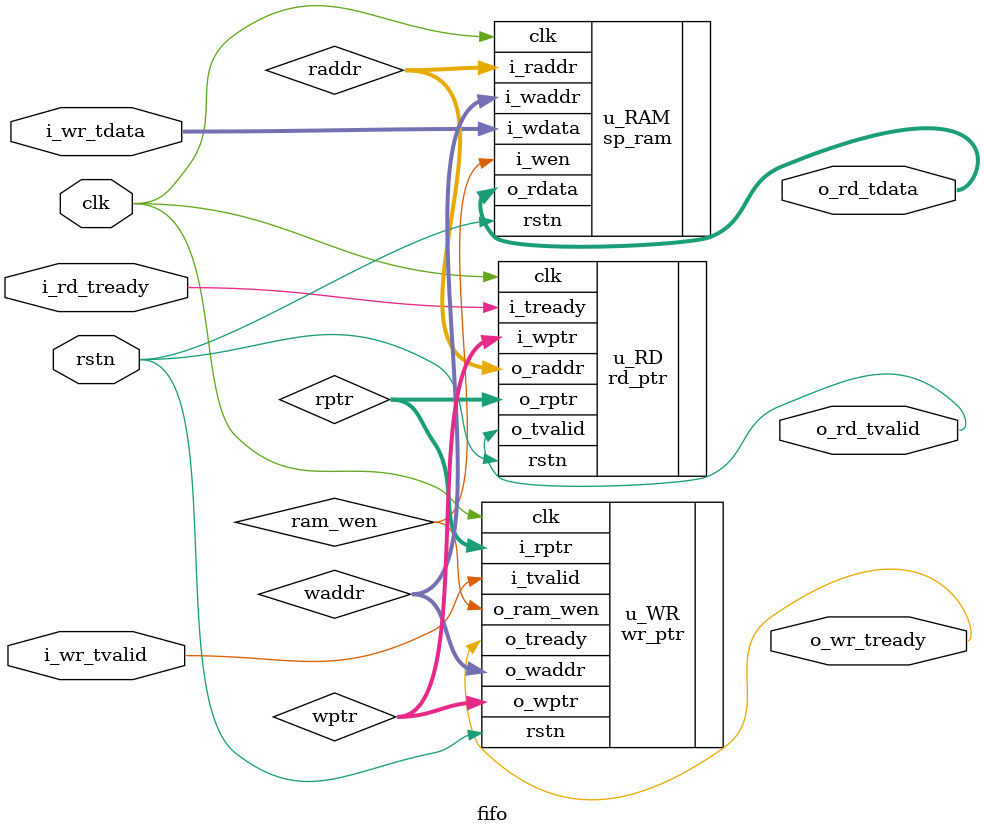
<source format=sv>

`default_nettype none

module fifo # (
  parameter int ALEN = 2,
  parameter int DLEN = 8,
  parameter int INCR = 1
)(
  input var                     clk,
  input var                     rstn,

  // AXI Stream Write Port
  input var                     i_wr_tvalid,
  output var                    o_wr_tready,
  input var         [DLEN-1:0]  i_wr_tdata,

  // AXI Stream Read Port
  output var logic              o_rd_tvalid,
  input var                     i_rd_tready,
  output var logic  [DLEN-1:0]  o_rd_tdata
);

/* Pointer Instantiations */
logic [ALEN-1:0]  waddr;
logic [ALEN:0]    wptr;
logic [ALEN-1:0]  raddr;
logic [ALEN:0]    rptr;

// Write Pointer
logic ram_wen;
wr_ptr # (
  .ALEN (ALEN),
  .INCR (INCR)
) u_WR (
  .clk          (clk),
  .rstn         (rstn),
  .i_tvalid     (i_wr_tvalid),
  .o_tready     (o_wr_tready),
  .o_waddr      (waddr),
  .o_wptr       (wptr),
  .i_rptr       (rptr),
  .o_ram_wen    (ram_wen)
);

// Read Pointer
logic ram_ren;
rd_ptr # (
  .ALEN (ALEN),
  .INCR (INCR)
) u_RD (
  .clk          (clk),
  .rstn         (rstn),
  .o_tvalid     (o_rd_tvalid),
  .i_tready     (i_rd_tready),
  .o_raddr      (raddr),
  .o_rptr       (rptr),
  .i_wptr       (wptr)
);

/* Memory Instantiation */
sp_ram # (
  .DLEN (DLEN),
  .ALEN (ALEN)
) u_RAM (
  .clk      (clk),
  .rstn     (rstn),
  .i_wen    (ram_wen),
  .i_waddr  (waddr),
  .i_wdata  (i_wr_tdata),
  .i_raddr  (raddr),
  .o_rdata  (o_rd_tdata)
);


endmodule

</source>
